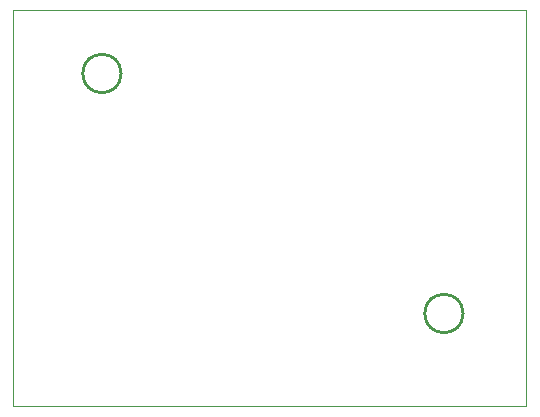
<source format=gko>
%FSLAX25Y25*%
%MOIN*%
G70*
G01*
G75*
G04 Layer_Color=16711935*
%ADD10O,0.01180X0.05906*%
%ADD11O,0.05906X0.01180*%
%ADD12R,0.17716X0.17716*%
%ADD13R,0.04000X0.03500*%
%ADD14R,0.05906X0.04724*%
%ADD15R,0.03937X0.07087*%
%ADD16R,0.02953X0.02362*%
%ADD17R,0.02362X0.02953*%
%ADD18R,0.02362X0.07874*%
%ADD19R,0.07874X0.02362*%
%ADD20R,0.03500X0.04000*%
%ADD21R,0.04724X0.05512*%
%ADD22R,0.08800X0.04200*%
%ADD23R,0.04000X0.04000*%
%ADD24R,0.01400X0.04000*%
%ADD25R,0.07200X0.08000*%
%ADD26R,0.07200X0.16000*%
%ADD27R,0.04200X0.08800*%
%ADD28R,0.04000X0.04000*%
%ADD29C,0.01000*%
%ADD30C,0.02000*%
%ADD31C,0.04000*%
%ADD32C,0.10000*%
%ADD33R,0.03000X0.03000*%
%ADD34R,0.10000X0.08000*%
%ADD35C,0.12000*%
%ADD36C,0.04000*%
%ADD37R,0.05906X0.05906*%
%ADD38C,0.05906*%
%ADD39C,0.02500*%
%ADD40R,0.17700X0.17700*%
%ADD41R,0.20000X0.20000*%
%ADD42C,0.00600*%
%ADD43C,0.00787*%
%ADD44C,0.00400*%
%ADD45O,0.01580X0.06306*%
%ADD46O,0.06306X0.01580*%
%ADD47R,0.04800X0.04300*%
%ADD48R,0.06706X0.05524*%
%ADD49R,0.04737X0.07887*%
%ADD50R,0.03753X0.03162*%
%ADD51R,0.03162X0.03753*%
%ADD52R,0.03162X0.08674*%
%ADD53R,0.08674X0.03162*%
%ADD54R,0.04300X0.04800*%
%ADD55R,0.05524X0.06312*%
%ADD56R,0.09600X0.05000*%
%ADD57R,0.04800X0.04800*%
%ADD58R,0.02200X0.04800*%
%ADD59R,0.08000X0.08800*%
%ADD60R,0.08000X0.16800*%
%ADD61R,0.05000X0.09600*%
%ADD62R,0.04800X0.04800*%
%ADD63R,0.10800X0.08800*%
%ADD64C,0.12800*%
%ADD65R,0.06706X0.06706*%
%ADD66C,0.06706*%
%ADD67C,0.03300*%
%ADD68R,0.18500X0.18500*%
%ADD69R,0.20800X0.20800*%
%ADD70C,0.00010*%
%ADD71C,0.00394*%
D29*
X149903Y31000D02*
G03*
X149903Y31000I-6403J0D01*
G01*
X35903Y111000D02*
G03*
X35903Y111000I-6403J0D01*
G01*
D44*
X0Y0D02*
Y132000D01*
X171000D01*
Y0D02*
Y132000D01*
X0Y0D02*
X171000D01*
M02*

</source>
